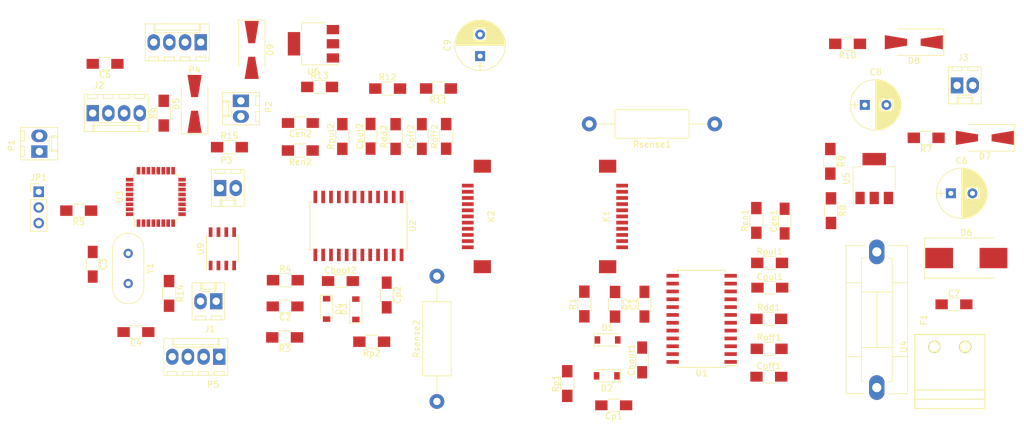
<source format=kicad_pcb>
(kicad_pcb (version 4) (host pcbnew 4.0.2+dfsg1-stable)
  (layers (0 F.Cu signal) (31 B.Cu signal) (34 B.Paste user) (35 F.Paste user) (36 B.SilkS user) (37 F.SilkS user) (38 B.Mask user) (39 F.Mask user) (44 Edge.Cuts user))
  (net 0 "")
  (net 1 GND)
  (net 2 "Net-(C3-Pad1)")
  (net 3 "Net-(C4-Pad1)")
  (net 4 /uC/nrst)
  (net 5 VCC)
  (net 6 +5V)
  (net 7 +3V3)
  (net 8 /motor_part/VBOOT1)
  (net 9 /motor_part/VBOOT2)
  (net 10 /motor_part/DIAG_1)
  (net 11 /motor_part/DIAG_2)
  (net 12 /motor_part/RCOFF1)
  (net 13 /motor_part/RCOFF2)
  (net 14 /motor_part/VCP1)
  (net 15 "Net-(Cp1-Pad2)")
  (net 16 /motor_part/VCP2)
  (net 17 "Net-(Cp2-Pad2)")
  (net 18 /motor_part/RCPULSE1)
  (net 19 /motor_part/RCPULSE2)
  (net 20 "Net-(D1-Pad1)")
  (net 21 "Net-(D3-Pad1)")
  (net 22 "Net-(D5-Pad2)")
  (net 23 "Net-(D7-Pad2)")
  (net 24 "Net-(D8-Pad2)")
  (net 25 "Net-(D9-Pad2)")
  (net 26 "Net-(F1-Pad2)")
  (net 27 /uC/RX)
  (net 28 /uC/TX)
  (net 29 /uC/swclk)
  (net 30 /uC/swdio)
  (net 31 "Net-(JP1-Pad2)")
  (net 32 "Net-(K1-Pad1)")
  (net 33 "Net-(K1-Pad3)")
  (net 34 "Net-(K1-Pad5)")
  (net 35 "Net-(K1-Pad8)")
  (net 36 "Net-(K1-Pad9)")
  (net 37 "Net-(K1-Pad10)")
  (net 38 "Net-(K2-Pad1)")
  (net 39 "Net-(K2-Pad3)")
  (net 40 "Net-(K2-Pad5)")
  (net 41 "Net-(K2-Pad8)")
  (net 42 "Net-(K2-Pad9)")
  (net 43 "Net-(K2-Pad10)")
  (net 44 /uC/I2C_SDA)
  (net 45 /uC/I2C_SCL)
  (net 46 "Net-(P2-Pad1)")
  (net 47 "Net-(P2-Pad2)")
  (net 48 "Net-(P3-Pad1)")
  (net 49 "Net-(P3-Pad2)")
  (net 50 /encodeurs/Ch_A2)
  (net 51 /encodeurs/Ch_B2)
  (net 52 /encodeurs/Ch_A1)
  (net 53 /encodeurs/Ch_B1)
  (net 54 "Net-(R5-Pad1)")
  (net 55 "Net-(R6-Pad1)")
  (net 56 "Net-(R8-Pad1)")
  (net 57 "Net-(R11-Pad2)")
  (net 58 "Net-(R14-Pad1)")
  (net 59 /motor_part/TACHO_1)
  (net 60 /motor_part/TACHO_2)
  (net 61 /motor_part/EN_1)
  (net 62 /motor_part/EN_2)
  (net 63 "Net-(Rsense1-Pad1)")
  (net 64 "Net-(Rsense2-Pad1)")
  (net 65 /motor_part/DIR_1)
  (net 66 /motor_part/BRAKE_1)
  (net 67 /motor_part/DIR_2)
  (net 68 /motor_part/BRAKE_2)
  (net 69 /motor_part/Vref1)
  (net 70 /motor_part/Vref2)
  (module maxon:Molex-52207-0433 (layer F.Cu) (at 89 99 90)
    (fp_text reference K2 (at 0 3.81 90) (layer F.SilkS))
    (fp_text value Maxon-200142)
    (pad 11 smd rect (at -5 0 90) (size 0.6 1.9) (layers F.Cu F.Paste F.Mask) (net 6 +5V))
    (pad 10 smd rect (at -4 0 90) (size 0.6 1.9) (layers F.Cu F.Paste F.Mask) (net 43 "Net-(K2-Pad10)"))
    (pad 9 smd rect (at -3 0 90) (size 0.6 1.9) (layers F.Cu F.Paste F.Mask) (net 42 "Net-(K2-Pad9)"))
    (pad 8 smd rect (at -2 0 90) (size 0.6 1.9) (layers F.Cu F.Paste F.Mask) (net 41 "Net-(K2-Pad8)"))
    (pad 7 smd rect (at -1 0 90) (size 0.6 1.9) (layers F.Cu F.Paste F.Mask) (net 1 GND))
    (pad 6 smd rect (at 0 0 90) (size 0.6 1.9) (layers F.Cu F.Paste F.Mask) (net 40 "Net-(K2-Pad5)"))
    (pad 5 smd rect (at 1 0 90) (size 0.6 1.9) (layers F.Cu F.Paste F.Mask) (net 40 "Net-(K2-Pad5)"))
    (pad 4 smd rect (at 2 0 90) (size 0.6 1.9) (layers F.Cu F.Paste F.Mask) (net 39 "Net-(K2-Pad3)"))
    (pad 3 smd rect (at 3 0 90) (size 0.6 1.9) (layers F.Cu F.Paste F.Mask) (net 39 "Net-(K2-Pad3)"))
    (pad 2 smd rect (at 4 0 90) (size 0.6 1.9) (layers F.Cu F.Paste F.Mask) (net 38 "Net-(K2-Pad1)"))
    (pad 1 smd rect (at 5 0 90) (size 0.6 1.9) (layers F.Cu F.Paste F.Mask) (net 38 "Net-(K2-Pad1)"))
    (pad "" smd rect (at 8.15 2.35 90) (size 2.1 2.8) (layers F.Cu F.Paste F.Mask))
    (pad "" smd rect (at -8.15 2.35 90) (size 2.1 2.8) (layers F.Cu F.Paste F.Mask))
  )
  (module maxon:Molex-52207-0433 (layer F.Cu) (at 114 99 270)
    (fp_text reference K1 (at 0 2.54 270) (layer F.SilkS))
    (fp_text value Maxon-200142)
    (pad 11 smd rect (at -5 0 270) (size 0.6 1.9) (layers F.Cu F.Paste F.Mask) (net 6 +5V))
    (pad 10 smd rect (at -4 0 270) (size 0.6 1.9) (layers F.Cu F.Paste F.Mask) (net 37 "Net-(K1-Pad10)"))
    (pad 9 smd rect (at -3 0 270) (size 0.6 1.9) (layers F.Cu F.Paste F.Mask) (net 36 "Net-(K1-Pad9)"))
    (pad 8 smd rect (at -2 0 270) (size 0.6 1.9) (layers F.Cu F.Paste F.Mask) (net 35 "Net-(K1-Pad8)"))
    (pad 7 smd rect (at -1 0 270) (size 0.6 1.9) (layers F.Cu F.Paste F.Mask) (net 1 GND))
    (pad 6 smd rect (at 0 0 270) (size 0.6 1.9) (layers F.Cu F.Paste F.Mask) (net 34 "Net-(K1-Pad5)"))
    (pad 5 smd rect (at 1 0 270) (size 0.6 1.9) (layers F.Cu F.Paste F.Mask) (net 34 "Net-(K1-Pad5)"))
    (pad 4 smd rect (at 2 0 270) (size 0.6 1.9) (layers F.Cu F.Paste F.Mask) (net 33 "Net-(K1-Pad3)"))
    (pad 3 smd rect (at 3 0 270) (size 0.6 1.9) (layers F.Cu F.Paste F.Mask) (net 33 "Net-(K1-Pad3)"))
    (pad 2 smd rect (at 4 0 270) (size 0.6 1.9) (layers F.Cu F.Paste F.Mask) (net 32 "Net-(K1-Pad1)"))
    (pad 1 smd rect (at 5 0 270) (size 0.6 1.9) (layers F.Cu F.Paste F.Mask) (net 32 "Net-(K1-Pad1)"))
    (pad "" smd rect (at 8.15 2.35 270) (size 2.1 2.8) (layers F.Cu F.Paste F.Mask))
    (pad "" smd rect (at -8.15 2.35 270) (size 2.1 2.8) (layers F.Cu F.Paste F.Mask))
  )
  (module Housings_SOIC:SOIC-24W_7.5x15.4mm_Pitch1.27mm (layer F.Cu) (at 126.882 115.606 180)
    (fp_text reference U1 (at 0 -8.8 180) (layer F.SilkS))
    (fp_text value L6235D)
    (pad 1 smd rect (at -4.7 -6.985 180) (size 2 0.6) (layers F.Cu F.Paste F.Mask) (net 36 "Net-(K1-Pad9)"))
    (pad 2 smd rect (at -4.7 -5.715 180) (size 2 0.6) (layers F.Cu F.Paste F.Mask) (net 10 /motor_part/DIAG_1))
    (pad 3 smd rect (at -4.7 -4.445 180) (size 2 0.6) (layers F.Cu F.Paste F.Mask) (net 63 "Net-(Rsense1-Pad1)"))
    (pad 4 smd rect (at -4.7 -3.175 180) (size 2 0.6) (layers F.Cu F.Paste F.Mask) (net 12 /motor_part/RCOFF1))
    (pad 5 smd rect (at -4.7 -1.905 180) (size 2 0.6) (layers F.Cu F.Paste F.Mask) (net 32 "Net-(K1-Pad1)"))
    (pad 6 smd rect (at -4.7 -0.635 180) (size 2 0.6) (layers F.Cu F.Paste F.Mask) (net 1 GND))
    (pad 7 smd rect (at -4.7 0.635 180) (size 2 0.6) (layers F.Cu F.Paste F.Mask) (net 1 GND))
    (pad 8 smd rect (at -4.7 1.905 180) (size 2 0.6) (layers F.Cu F.Paste F.Mask) (net 59 /motor_part/TACHO_1))
    (pad 9 smd rect (at -4.7 3.175 180) (size 2 0.6) (layers F.Cu F.Paste F.Mask) (net 18 /motor_part/RCPULSE1))
    (pad 10 smd rect (at -4.7 4.445 180) (size 2 0.6) (layers F.Cu F.Paste F.Mask) (net 63 "Net-(Rsense1-Pad1)"))
    (pad 11 smd rect (at -4.7 5.715 180) (size 2 0.6) (layers F.Cu F.Paste F.Mask) (net 65 /motor_part/DIR_1))
    (pad 12 smd rect (at -4.7 6.985 180) (size 2 0.6) (layers F.Cu F.Paste F.Mask) (net 10 /motor_part/DIAG_1))
    (pad 13 smd rect (at 4.7 6.985 180) (size 2 0.6) (layers F.Cu F.Paste F.Mask) (net 69 /motor_part/Vref1))
    (pad 14 smd rect (at 4.7 5.715 180) (size 2 0.6) (layers F.Cu F.Paste F.Mask) (net 66 /motor_part/BRAKE_1))
    (pad 15 smd rect (at 4.7 4.445 180) (size 2 0.6) (layers F.Cu F.Paste F.Mask) (net 8 /motor_part/VBOOT1))
    (pad 16 smd rect (at 4.7 3.175 180) (size 2 0.6) (layers F.Cu F.Paste F.Mask) (net 34 "Net-(K1-Pad5)"))
    (pad 17 smd rect (at 4.7 1.905 180) (size 2 0.6) (layers F.Cu F.Paste F.Mask) (net 5 VCC))
    (pad 18 smd rect (at 4.7 0.635 180) (size 2 0.6) (layers F.Cu F.Paste F.Mask) (net 1 GND))
    (pad 19 smd rect (at 4.7 -0.635 180) (size 2 0.6) (layers F.Cu F.Paste F.Mask) (net 1 GND))
    (pad 20 smd rect (at 4.7 -1.905 180) (size 2 0.6) (layers F.Cu F.Paste F.Mask) (net 5 VCC))
    (pad 21 smd rect (at 4.7 -3.175 180) (size 2 0.6) (layers F.Cu F.Paste F.Mask) (net 33 "Net-(K1-Pad3)"))
    (pad 22 smd rect (at 4.7 -4.445 180) (size 2 0.6) (layers F.Cu F.Paste F.Mask) (net 14 /motor_part/VCP1))
    (pad 23 smd rect (at 4.7 -5.715 180) (size 2 0.6) (layers F.Cu F.Paste F.Mask) (net 35 "Net-(K1-Pad8)"))
    (pad 24 smd rect (at 4.7 -6.985 180) (size 2 0.6) (layers F.Cu F.Paste F.Mask) (net 37 "Net-(K1-Pad10)"))
  )
  (module Capacitors_SMD:C_1206_HandSoldering (layer F.Cu) (at 117.612 113.226 90)
    (fp_text reference C1 (at 0 -1.75 90) (layer F.SilkS))
    (fp_text value C)
    (pad 1 smd rect (at -2 0 90) (size 2 1.6) (layers F.Cu F.Paste F.Mask) (net 69 /motor_part/Vref1))
    (pad 2 smd rect (at 2 0 90) (size 2 1.6) (layers F.Cu F.Paste F.Mask) (net 1 GND))
  )
  (module Capacitors_SMD:C_1206_HandSoldering (layer F.Cu) (at 59.41 113.586 180)
    (fp_text reference C2 (at 0 -1.75 180) (layer F.SilkS))
    (fp_text value C)
    (pad 1 smd rect (at -2 0 180) (size 2 1.6) (layers F.Cu F.Paste F.Mask) (net 70 /motor_part/Vref2))
    (pad 2 smd rect (at 2 0 180) (size 2 1.6) (layers F.Cu F.Paste F.Mask) (net 1 GND))
  )
  (module Capacitors_SMD:C_1206_HandSoldering (layer F.Cu) (at 28.25 106.75 270)
    (fp_text reference C3 (at 0 -1.75 270) (layer F.SilkS))
    (fp_text value 10nC)
    (pad 1 smd rect (at -2 0 270) (size 2 1.6) (layers F.Cu F.Paste F.Mask) (net 2 "Net-(C3-Pad1)"))
    (pad 2 smd rect (at 2 0 270) (size 2 1.6) (layers F.Cu F.Paste F.Mask) (net 1 GND))
  )
  (module Capacitors_SMD:C_1206_HandSoldering (layer F.Cu) (at 35.25 117.75 180)
    (fp_text reference C4 (at 0 -1.75 180) (layer F.SilkS))
    (fp_text value 10nC)
    (pad 1 smd rect (at -2 0 180) (size 2 1.6) (layers F.Cu F.Paste F.Mask) (net 3 "Net-(C4-Pad1)"))
    (pad 2 smd rect (at 2 0 180) (size 2 1.6) (layers F.Cu F.Paste F.Mask) (net 1 GND))
  )
  (module Capacitors_SMD:C_1206_HandSoldering (layer F.Cu) (at 30.25 74.25 180)
    (fp_text reference C5 (at 0 -1.75 180) (layer F.SilkS))
    (fp_text value 100nC)
    (pad 1 smd rect (at -2 0 180) (size 2 1.6) (layers F.Cu F.Paste F.Mask) (net 4 /uC/nrst))
    (pad 2 smd rect (at 2 0 180) (size 2 1.6) (layers F.Cu F.Paste F.Mask) (net 1 GND))
  )
  (module Capacitors_THT:CP_Radial_D8.0mm_P3.50mm (layer F.Cu) (at 167.25 95.25)
    (fp_text reference C6 (at 1.75 -5.31) (layer F.SilkS))
    (fp_text value 100uCP)
    (pad 1 thru_hole rect (at 0 0) (size 1.6 1.6) (drill 0.8) (layers *.Cu *.Mask) (net 5 VCC))
    (pad 2 thru_hole circle (at 3.5 0) (size 1.6 1.6) (drill 0.8) (layers *.Cu *.Mask) (net 1 GND))
  )
  (module Capacitors_SMD:C_1206_HandSoldering (layer F.Cu) (at 167.75 113.25)
    (fp_text reference C7 (at 0 -1.75) (layer F.SilkS))
    (fp_text value 100nC)
    (pad 1 smd rect (at -2 0) (size 2 1.6) (layers F.Cu F.Paste F.Mask) (net 5 VCC))
    (pad 2 smd rect (at 2 0) (size 2 1.6) (layers F.Cu F.Paste F.Mask) (net 1 GND))
  )
  (module Capacitors_THT:CP_Radial_D8.0mm_P3.50mm (layer F.Cu) (at 153.312 80.916)
    (fp_text reference C8 (at 1.75 -5.31) (layer F.SilkS))
    (fp_text value 10uC)
    (pad 1 thru_hole rect (at 0 0) (size 1.6 1.6) (drill 0.8) (layers *.Cu *.Mask) (net 6 +5V))
    (pad 2 thru_hole circle (at 3.5 0) (size 1.6 1.6) (drill 0.8) (layers *.Cu *.Mask) (net 1 GND))
  )
  (module Capacitors_THT:CP_Radial_D8.0mm_P3.50mm (layer F.Cu) (at 91 73 90)
    (fp_text reference C9 (at 1.75 -5.31 90) (layer F.SilkS))
    (fp_text value 10uC)
    (pad 1 thru_hole rect (at 0 0 90) (size 1.6 1.6) (drill 0.8) (layers *.Cu *.Mask) (net 7 +3V3))
    (pad 2 thru_hole circle (at 3.5 0 90) (size 1.6 1.6) (drill 0.8) (layers *.Cu *.Mask) (net 1 GND))
  )
  (module Capacitors_SMD:C_1206_HandSoldering (layer F.Cu) (at 117.242 122.266 90)
    (fp_text reference Cboot1 (at 0 -1.75 90) (layer F.SilkS))
    (fp_text value 220nC)
    (pad 1 smd rect (at -2 0 90) (size 2 1.6) (layers F.Cu F.Paste F.Mask) (net 8 /motor_part/VBOOT1))
    (pad 2 smd rect (at 2 0 90) (size 2 1.6) (layers F.Cu F.Paste F.Mask) (net 5 VCC))
  )
  (module Capacitors_SMD:C_1206_HandSoldering (layer F.Cu) (at 68.37 109.476)
    (fp_text reference Cboot2 (at 0 -1.75) (layer F.SilkS))
    (fp_text value 220nC)
    (pad 1 smd rect (at -2 0) (size 2 1.6) (layers F.Cu F.Paste F.Mask) (net 9 /motor_part/VBOOT2))
    (pad 2 smd rect (at 2 0) (size 2 1.6) (layers F.Cu F.Paste F.Mask) (net 5 VCC))
  )
  (module Capacitors_SMD:C_1206_HandSoldering (layer F.Cu) (at 140.322 99.756 90)
    (fp_text reference Cen1 (at 0 -1.75 90) (layer F.SilkS))
    (fp_text value 5,6nC)
    (pad 1 smd rect (at -2 0 90) (size 2 1.6) (layers F.Cu F.Paste F.Mask) (net 10 /motor_part/DIAG_1))
    (pad 2 smd rect (at 2 0 90) (size 2 1.6) (layers F.Cu F.Paste F.Mask) (net 1 GND))
  )
  (module Capacitors_SMD:C_1206_HandSoldering (layer F.Cu) (at 61.88 83.846 180)
    (fp_text reference Cen2 (at 0 -1.75 180) (layer F.SilkS))
    (fp_text value 5,6nC)
    (pad 1 smd rect (at -2 0 180) (size 2 1.6) (layers F.Cu F.Paste F.Mask) (net 11 /motor_part/DIAG_2))
    (pad 2 smd rect (at 2 0 180) (size 2 1.6) (layers F.Cu F.Paste F.Mask) (net 1 GND))
  )
  (module Capacitors_SMD:C_1206_HandSoldering (layer F.Cu) (at 137.762 124.986)
    (fp_text reference Coff1 (at 0 -1.75) (layer F.SilkS))
    (fp_text value 1nC)
    (pad 1 smd rect (at -2 0) (size 2 1.6) (layers F.Cu F.Paste F.Mask) (net 12 /motor_part/RCOFF1))
    (pad 2 smd rect (at 2 0) (size 2 1.6) (layers F.Cu F.Paste F.Mask) (net 1 GND))
  )
  (module Capacitors_SMD:C_1206_HandSoldering (layer F.Cu) (at 81.56 86.036 90)
    (fp_text reference Coff2 (at 0 -1.75 90) (layer F.SilkS))
    (fp_text value 1nC)
    (pad 1 smd rect (at -2 0 90) (size 2 1.6) (layers F.Cu F.Paste F.Mask) (net 13 /motor_part/RCOFF2))
    (pad 2 smd rect (at 2 0 90) (size 2 1.6) (layers F.Cu F.Paste F.Mask) (net 1 GND))
  )
  (module Capacitors_SMD:C_1206_HandSoldering (layer F.Cu) (at 112.642 129.626 180)
    (fp_text reference Cp1 (at 0 -1.75 180) (layer F.SilkS))
    (fp_text value 10nC)
    (pad 1 smd rect (at -2 0 180) (size 2 1.6) (layers F.Cu F.Paste F.Mask) (net 14 /motor_part/VCP1))
    (pad 2 smd rect (at 2 0 180) (size 2 1.6) (layers F.Cu F.Paste F.Mask) (net 15 "Net-(Cp1-Pad2)"))
  )
  (module Capacitors_SMD:C_1206_HandSoldering (layer F.Cu) (at 75.87 111.736 270)
    (fp_text reference Cp2 (at 0 -1.75 270) (layer F.SilkS))
    (fp_text value 10nC)
    (pad 1 smd rect (at -2 0 270) (size 2 1.6) (layers F.Cu F.Paste F.Mask) (net 16 /motor_part/VCP2))
    (pad 2 smd rect (at 2 0 270) (size 2 1.6) (layers F.Cu F.Paste F.Mask) (net 17 "Net-(Cp2-Pad2)"))
  )
  (module Capacitors_SMD:C_1206_HandSoldering (layer F.Cu) (at 137.922 110.546)
    (fp_text reference Cpul1 (at 0 -1.75) (layer F.SilkS))
    (fp_text value 10nC)
    (pad 1 smd rect (at -2 0) (size 2 1.6) (layers F.Cu F.Paste F.Mask) (net 18 /motor_part/RCPULSE1))
    (pad 2 smd rect (at 2 0) (size 2 1.6) (layers F.Cu F.Paste F.Mask) (net 1 GND))
  )
  (module Capacitors_SMD:C_1206_HandSoldering (layer F.Cu) (at 73.26 85.996 90)
    (fp_text reference Cpul2 (at 0 -1.75 90) (layer F.SilkS))
    (fp_text value 10nC)
    (pad 1 smd rect (at -2 0 90) (size 2 1.6) (layers F.Cu F.Paste F.Mask) (net 19 /motor_part/RCPULSE2))
    (pad 2 smd rect (at 2 0 90) (size 2 1.6) (layers F.Cu F.Paste F.Mask) (net 1 GND))
  )
  (module Diodes_SMD:D_SOD-123 (layer F.Cu) (at 111.642 119.026)
    (fp_text reference D1 (at 0 -2) (layer F.SilkS))
    (fp_text value 1N4148)
    (pad 1 smd rect (at -1.65 0) (size 0.9 1.2) (layers F.Cu F.Paste F.Mask) (net 20 "Net-(D1-Pad1)"))
    (pad 2 smd rect (at 1.65 0) (size 0.9 1.2) (layers F.Cu F.Paste F.Mask) (net 5 VCC))
  )
  (module Diodes_SMD:D_SOD-123 (layer F.Cu) (at 111.512 124.846 180)
    (fp_text reference D2 (at 0 -2 180) (layer F.SilkS))
    (fp_text value 1N4148)
    (pad 1 smd rect (at -1.65 0 180) (size 0.9 1.2) (layers F.Cu F.Paste F.Mask) (net 8 /motor_part/VBOOT1))
    (pad 2 smd rect (at 1.65 0 180) (size 0.9 1.2) (layers F.Cu F.Paste F.Mask) (net 20 "Net-(D1-Pad1)"))
  )
  (module Diodes_SMD:D_SOD-123 (layer F.Cu) (at 70.87 114.056 90)
    (fp_text reference D3 (at 0 -2 90) (layer F.SilkS))
    (fp_text value 1N4148)
    (pad 1 smd rect (at -1.65 0 90) (size 0.9 1.2) (layers F.Cu F.Paste F.Mask) (net 21 "Net-(D3-Pad1)"))
    (pad 2 smd rect (at 1.65 0 90) (size 0.9 1.2) (layers F.Cu F.Paste F.Mask) (net 5 VCC))
  )
  (module Diodes_SMD:D_SOD-123 (layer F.Cu) (at 66.13 113.996 270)
    (fp_text reference D4 (at 0 -2 270) (layer F.SilkS))
    (fp_text value 1N4148)
    (pad 1 smd rect (at -1.65 0 270) (size 0.9 1.2) (layers F.Cu F.Paste F.Mask) (net 9 /motor_part/VBOOT2))
    (pad 2 smd rect (at 1.65 0 270) (size 0.9 1.2) (layers F.Cu F.Paste F.Mask) (net 21 "Net-(D3-Pad1)"))
  )
  (module Diodes_SMD:D_SMA-SMB_Universal_Handsoldering (layer F.Cu) (at 44.75 80.75 90)
    (fp_text reference D5 (at 0 -3 90) (layer F.SilkS))
    (fp_text value LED_ALT)
    (pad 1 smd trapezoid (at -2.9 0 90) (size 3.6 1.7) (rect_delta 0.6 0) (layers F.Cu F.Paste F.Mask) (net 1 GND))
    (pad 2 smd trapezoid (at 2.9 0 270) (size 3.6 1.7) (rect_delta 0.6 0) (layers F.Cu F.Paste F.Mask) (net 22 "Net-(D5-Pad2)"))
  )
  (module Diodes_SMD:D_SMC_Handsoldering (layer F.Cu) (at 169.75 105.75)
    (fp_text reference D6 (at 0 -4.1) (layer F.SilkS))
    (fp_text value D_10A)
    (pad 1 smd rect (at -4.4 0 90) (size 3.3 4.5) (layers F.Cu F.Paste F.Mask) (net 5 VCC))
    (pad 2 smd rect (at 4.4 0 90) (size 3.3 4.5) (layers F.Cu F.Paste F.Mask) (net 1 GND))
  )
  (module Diodes_SMD:D_SMA-SMB_Universal_Handsoldering (layer F.Cu) (at 172.75 86.25 180)
    (fp_text reference D7 (at 0 -3 180) (layer F.SilkS))
    (fp_text value LED_VCC)
    (pad 1 smd trapezoid (at -2.9 0 180) (size 3.6 1.7) (rect_delta 0.6 0) (layers F.Cu F.Paste F.Mask) (net 1 GND))
    (pad 2 smd trapezoid (at 2.9 0) (size 3.6 1.7) (rect_delta 0.6 0) (layers F.Cu F.Paste F.Mask) (net 23 "Net-(D7-Pad2)"))
  )
  (module Diodes_SMD:D_SMA-SMB_Universal_Handsoldering (layer F.Cu) (at 161.25 70.75 180)
    (fp_text reference D8 (at 0 -3 180) (layer F.SilkS))
    (fp_text value LED_5V)
    (pad 1 smd trapezoid (at -2.9 0 180) (size 3.6 1.7) (rect_delta 0.6 0) (layers F.Cu F.Paste F.Mask) (net 1 GND))
    (pad 2 smd trapezoid (at 2.9 0) (size 3.6 1.7) (rect_delta 0.6 0) (layers F.Cu F.Paste F.Mask) (net 24 "Net-(D8-Pad2)"))
  )
  (module Diodes_SMD:D_SMA-SMB_Universal_Handsoldering (layer F.Cu) (at 54 72 270)
    (fp_text reference D9 (at 0 -3 270) (layer F.SilkS))
    (fp_text value LED_3.3V)
    (pad 1 smd trapezoid (at -2.9 0 270) (size 3.6 1.7) (rect_delta 0.6 0) (layers F.Cu F.Paste F.Mask) (net 1 GND))
    (pad 2 smd trapezoid (at 2.9 0 90) (size 3.6 1.7) (rect_delta 0.6 0) (layers F.Cu F.Paste F.Mask) (net 25 "Net-(D9-Pad2)"))
  )
  (module Fuse_Holders_and_Fuses:Fuseholder5x20_horiz_SemiClosed_Casing10x25mm (layer F.Cu) (at 155.25 104.75 270)
    (fp_text reference F1 (at 11 -7.62 270) (layer F.SilkS))
    (fp_text value Fuse)
    (pad 2 thru_hole oval (at 22 0 180) (size 2.5 4) (drill 1.5) (layers *.Cu *.Mask) (net 26 "Net-(F1-Pad2)"))
    (pad 1 thru_hole oval (at 0 0 180) (size 2.5 4) (drill 1.5) (layers *.Cu *.Mask) (net 5 VCC))
  )
  (module Connectors_Molex:Molex_KK-6410-02_02x2.54mm_Straight (layer F.Cu) (at 48.25 112.75 180)
    (fp_text reference J1 (at 1 -4.5 180) (layer F.SilkS))
    (fp_text value CONN_SERIAL)
    (pad 1 thru_hole rect (at 0 0 180) (size 2 2.6) (drill 1.2) (layers *.Cu *.Mask) (net 27 /uC/RX))
    (pad 2 thru_hole oval (at 2.54 0 180) (size 2 2.6) (drill 1.2) (layers *.Cu *.Mask) (net 28 /uC/TX))
  )
  (module Connectors_Molex:Molex_KK-6410-04_04x2.54mm_Straight (layer F.Cu) (at 28.25 82.25)
    (fp_text reference J2 (at 1 -4.5) (layer F.SilkS))
    (fp_text value swdio)
    (pad 1 thru_hole rect (at 0 0) (size 2 2.6) (drill 1.2) (layers *.Cu *.Mask) (net 1 GND))
    (pad 2 thru_hole oval (at 2.54 0) (size 2 2.6) (drill 1.2) (layers *.Cu *.Mask) (net 4 /uC/nrst))
    (pad 3 thru_hole oval (at 5.08 0) (size 2 2.6) (drill 1.2) (layers *.Cu *.Mask) (net 29 /uC/swclk))
    (pad 4 thru_hole oval (at 7.62 0) (size 2 2.6) (drill 1.2) (layers *.Cu *.Mask) (net 30 /uC/swdio))
  )
  (module Connectors_Molex:Molex_KK-6410-02_02x2.54mm_Straight (layer F.Cu) (at 168.25 77.75)
    (fp_text reference J3 (at 1 -4.5) (layer F.SilkS))
    (fp_text value FAN)
    (pad 1 thru_hole rect (at 0 0) (size 2 2.6) (drill 1.2) (layers *.Cu *.Mask) (net 5 VCC))
    (pad 2 thru_hole oval (at 2.54 0) (size 2 2.6) (drill 1.2) (layers *.Cu *.Mask) (net 1 GND))
  )
  (module Pin_Headers:Pin_Header_Straight_1x03_Pitch2.54mm (layer F.Cu) (at 19.5 95)
    (fp_text reference JP1 (at 0 -2.33) (layer F.SilkS))
    (fp_text value Jumper_NC_Dual)
    (pad 1 thru_hole rect (at 0 0) (size 1.7 1.7) (drill 1) (layers *.Cu *.Mask) (net 1 GND))
    (pad 2 thru_hole oval (at 0 2.54) (size 1.7 1.7) (drill 1) (layers *.Cu *.Mask) (net 31 "Net-(JP1-Pad2)"))
    (pad 3 thru_hole oval (at 0 5.08) (size 1.7 1.7) (drill 1) (layers *.Cu *.Mask) (net 7 +3V3))
  )
  (module Connectors_Molex:Molex_KK-6410-02_02x2.54mm_Straight (layer F.Cu) (at 19.606 88.468 90)
    (fp_text reference P1 (at 1 -4.5 90) (layer F.SilkS))
    (fp_text value CONN_I2C)
    (pad 1 thru_hole rect (at 0 0 90) (size 2 2.6) (drill 1.2) (layers *.Cu *.Mask) (net 44 /uC/I2C_SDA))
    (pad 2 thru_hole oval (at 2.54 0 90) (size 2 2.6) (drill 1.2) (layers *.Cu *.Mask) (net 45 /uC/I2C_SCL))
  )
  (module Connectors_Molex:Molex_KK-6410-02_02x2.54mm_Straight (layer F.Cu) (at 52.25 80.25 270)
    (fp_text reference P2 (at 1 -4.5 270) (layer F.SilkS))
    (fp_text value CONN_FREE)
    (pad 1 thru_hole rect (at 0 0 270) (size 2 2.6) (drill 1.2) (layers *.Cu *.Mask) (net 46 "Net-(P2-Pad1)"))
    (pad 2 thru_hole oval (at 2.54 0 270) (size 2 2.6) (drill 1.2) (layers *.Cu *.Mask) (net 47 "Net-(P2-Pad2)"))
  )
  (module Connectors_Molex:Molex_KK-6410-02_02x2.54mm_Straight (layer F.Cu) (at 48.886 94.398)
    (fp_text reference P3 (at 1 -4.5) (layer F.SilkS))
    (fp_text value CONN_CAN)
    (pad 1 thru_hole rect (at 0 0) (size 2 2.6) (drill 1.2) (layers *.Cu *.Mask) (net 48 "Net-(P3-Pad1)"))
    (pad 2 thru_hole oval (at 2.54 0) (size 2 2.6) (drill 1.2) (layers *.Cu *.Mask) (net 49 "Net-(P3-Pad2)"))
  )
  (module Connectors_Molex:Molex_KK-6410-04_04x2.54mm_Straight (layer F.Cu) (at 45.75 70.75 180)
    (fp_text reference P4 (at 1 -4.5 180) (layer F.SilkS))
    (fp_text value encoder_2)
    (pad 1 thru_hole rect (at 0 0 180) (size 2 2.6) (drill 1.2) (layers *.Cu *.Mask) (net 6 +5V))
    (pad 2 thru_hole oval (at 2.54 0 180) (size 2 2.6) (drill 1.2) (layers *.Cu *.Mask) (net 50 /encodeurs/Ch_A2))
    (pad 3 thru_hole oval (at 5.08 0 180) (size 2 2.6) (drill 1.2) (layers *.Cu *.Mask) (net 1 GND))
    (pad 4 thru_hole oval (at 7.62 0 180) (size 2 2.6) (drill 1.2) (layers *.Cu *.Mask) (net 51 /encodeurs/Ch_B2))
  )
  (module Connectors_Molex:Molex_KK-6410-04_04x2.54mm_Straight (layer F.Cu) (at 48.75 121.75 180)
    (fp_text reference P5 (at 1 -4.5 180) (layer F.SilkS))
    (fp_text value encoder_1)
    (pad 1 thru_hole rect (at 0 0 180) (size 2 2.6) (drill 1.2) (layers *.Cu *.Mask) (net 6 +5V))
    (pad 2 thru_hole oval (at 2.54 0 180) (size 2 2.6) (drill 1.2) (layers *.Cu *.Mask) (net 52 /encodeurs/Ch_A1))
    (pad 3 thru_hole oval (at 5.08 0 180) (size 2 2.6) (drill 1.2) (layers *.Cu *.Mask) (net 1 GND))
    (pad 4 thru_hole oval (at 7.62 0 180) (size 2 2.6) (drill 1.2) (layers *.Cu *.Mask) (net 53 /encodeurs/Ch_B1))
  )
  (module Resistors_SMD:R_1206_HandSoldering (layer F.Cu) (at 107.882 113.196 90)
    (fp_text reference R1 (at 0 -1.85 90) (layer F.SilkS))
    (fp_text value R)
    (pad 1 smd rect (at -2 0 90) (size 2 1.7) (layers F.Cu F.Paste F.Mask) (net 69 /motor_part/Vref1))
    (pad 2 smd rect (at 2 0 90) (size 2 1.7) (layers F.Cu F.Paste F.Mask) (net 7 +3V3))
  )
  (module Resistors_SMD:R_1206_HandSoldering (layer F.Cu) (at 112.852 113.246 270)
    (fp_text reference R2 (at 0 -1.85 270) (layer F.SilkS))
    (fp_text value R)
    (pad 1 smd rect (at -2 0 270) (size 2 1.7) (layers F.Cu F.Paste F.Mask) (net 1 GND))
    (pad 2 smd rect (at 2 0 270) (size 2 1.7) (layers F.Cu F.Paste F.Mask) (net 69 /motor_part/Vref1))
  )
  (module Resistors_SMD:R_1206_HandSoldering (layer F.Cu) (at 59.33 118.616 180)
    (fp_text reference R3 (at 0 -1.85 180) (layer F.SilkS))
    (fp_text value R)
    (pad 1 smd rect (at -2 0 180) (size 2 1.7) (layers F.Cu F.Paste F.Mask) (net 70 /motor_part/Vref2))
    (pad 2 smd rect (at 2 0 180) (size 2 1.7) (layers F.Cu F.Paste F.Mask) (net 7 +3V3))
  )
  (module Resistors_SMD:R_1206_HandSoldering (layer F.Cu) (at 59.45 109.336)
    (fp_text reference R4 (at 0 -1.85) (layer F.SilkS))
    (fp_text value R)
    (pad 1 smd rect (at -2 0) (size 2 1.7) (layers F.Cu F.Paste F.Mask) (net 1 GND))
    (pad 2 smd rect (at 2 0) (size 2 1.7) (layers F.Cu F.Paste F.Mask) (net 70 /motor_part/Vref2))
  )
  (module Resistors_SMD:R_1206_HandSoldering (layer F.Cu) (at 25.976 98.058 180)
    (fp_text reference R5 (at 0 -1.85 180) (layer F.SilkS))
    (fp_text value 10kR)
    (pad 1 smd rect (at -2 0 180) (size 2 1.7) (layers F.Cu F.Paste F.Mask) (net 54 "Net-(R5-Pad1)"))
    (pad 2 smd rect (at 2 0 180) (size 2 1.7) (layers F.Cu F.Paste F.Mask) (net 31 "Net-(JP1-Pad2)"))
  )
  (module Resistors_SMD:R_1206_HandSoldering (layer F.Cu) (at 39.75 82.25 90)
    (fp_text reference R6 (at 0 -1.85 90) (layer F.SilkS))
    (fp_text value R)
    (pad 1 smd rect (at -2 0 90) (size 2 1.7) (layers F.Cu F.Paste F.Mask) (net 55 "Net-(R6-Pad1)"))
    (pad 2 smd rect (at 2 0 90) (size 2 1.7) (layers F.Cu F.Paste F.Mask) (net 22 "Net-(D5-Pad2)"))
  )
  (module Resistors_SMD:R_1206_HandSoldering (layer F.Cu) (at 163.25 86.25 180)
    (fp_text reference R7 (at 0 -1.85 180) (layer F.SilkS))
    (fp_text value R)
    (pad 1 smd rect (at -2 0 180) (size 2 1.7) (layers F.Cu F.Paste F.Mask) (net 23 "Net-(D7-Pad2)"))
    (pad 2 smd rect (at 2 0 180) (size 2 1.7) (layers F.Cu F.Paste F.Mask) (net 5 VCC))
  )
  (module Resistors_SMD:R_1206_HandSoldering (layer F.Cu) (at 147.83 98.06 270)
    (fp_text reference R8 (at 0 -1.85 270) (layer F.SilkS))
    (fp_text value 3.3kR)
    (pad 1 smd rect (at -2 0 270) (size 2 1.7) (layers F.Cu F.Paste F.Mask) (net 56 "Net-(R8-Pad1)"))
    (pad 2 smd rect (at 2 0 270) (size 2 1.7) (layers F.Cu F.Paste F.Mask) (net 1 GND))
  )
  (module Resistors_SMD:R_1206_HandSoldering (layer F.Cu) (at 147.724 90.06 270)
    (fp_text reference R9 (at 0 -1.85 270) (layer F.SilkS))
    (fp_text value 10kR)
    (pad 1 smd rect (at -2 0 270) (size 2 1.7) (layers F.Cu F.Paste F.Mask) (net 6 +5V))
    (pad 2 smd rect (at 2 0 270) (size 2 1.7) (layers F.Cu F.Paste F.Mask) (net 56 "Net-(R8-Pad1)"))
  )
  (module Resistors_SMD:R_1206_HandSoldering (layer F.Cu) (at 150.518 71.01 180)
    (fp_text reference R10 (at 0 -1.85 180) (layer F.SilkS))
    (fp_text value R)
    (pad 1 smd rect (at -2 0 180) (size 2 1.7) (layers F.Cu F.Paste F.Mask) (net 24 "Net-(D8-Pad2)"))
    (pad 2 smd rect (at 2 0 180) (size 2 1.7) (layers F.Cu F.Paste F.Mask) (net 6 +5V))
  )
  (module Resistors_SMD:R_1206_HandSoldering (layer F.Cu) (at 84.25 78.25 180)
    (fp_text reference R11 (at 0 -1.85 180) (layer F.SilkS))
    (fp_text value 33kR)
    (pad 1 smd rect (at -2 0 180) (size 2 1.7) (layers F.Cu F.Paste F.Mask) (net 1 GND))
    (pad 2 smd rect (at 2 0 180) (size 2 1.7) (layers F.Cu F.Paste F.Mask) (net 57 "Net-(R11-Pad2)"))
  )
  (module Resistors_SMD:R_1206_HandSoldering (layer F.Cu) (at 76.024 78.262)
    (fp_text reference R12 (at 0 -1.85) (layer F.SilkS))
    (fp_text value 56kR)
    (pad 1 smd rect (at -2 0) (size 2 1.7) (layers F.Cu F.Paste F.Mask) (net 7 +3V3))
    (pad 2 smd rect (at 2 0) (size 2 1.7) (layers F.Cu F.Paste F.Mask) (net 57 "Net-(R11-Pad2)"))
  )
  (module Resistors_SMD:R_1206_HandSoldering (layer F.Cu) (at 65 78)
    (fp_text reference R13 (at 0 -1.85) (layer F.SilkS))
    (fp_text value R)
    (pad 1 smd rect (at -2 0) (size 2 1.7) (layers F.Cu F.Paste F.Mask) (net 25 "Net-(D9-Pad2)"))
    (pad 2 smd rect (at 2 0) (size 2 1.7) (layers F.Cu F.Paste F.Mask) (net 7 +3V3))
  )
  (module Resistors_SMD:R_1206_HandSoldering (layer F.Cu) (at 40.616 111.478 270)
    (fp_text reference R14 (at 0 -1.85 270) (layer F.SilkS))
    (fp_text value R)
    (pad 1 smd rect (at -2 0 270) (size 2 1.7) (layers F.Cu F.Paste F.Mask) (net 58 "Net-(R14-Pad1)"))
    (pad 2 smd rect (at 2 0 270) (size 2 1.7) (layers F.Cu F.Paste F.Mask) (net 3 "Net-(C4-Pad1)"))
  )
  (module Resistors_SMD:R_1206_HandSoldering (layer F.Cu) (at 50.396 87.768)
    (fp_text reference R15 (at 0 -1.85) (layer F.SilkS))
    (fp_text value R)
    (pad 1 smd rect (at -2 0) (size 2 1.7) (layers F.Cu F.Paste F.Mask) (net 48 "Net-(P3-Pad1)"))
    (pad 2 smd rect (at 2 0) (size 2 1.7) (layers F.Cu F.Paste F.Mask) (net 49 "Net-(P3-Pad2)"))
  )
  (module Resistors_SMD:R_1206_HandSoldering (layer F.Cu) (at 137.752 115.606)
    (fp_text reference Rdd1 (at 0 -1.85) (layer F.SilkS))
    (fp_text value 1kR)
    (pad 1 smd rect (at -2 0) (size 2 1.7) (layers F.Cu F.Paste F.Mask) (net 59 /motor_part/TACHO_1))
    (pad 2 smd rect (at 2 0) (size 2 1.7) (layers F.Cu F.Paste F.Mask) (net 7 +3V3))
  )
  (module Resistors_SMD:R_1206_HandSoldering (layer F.Cu) (at 77.31 86.036 90)
    (fp_text reference Rdd2 (at 0 -1.85 90) (layer F.SilkS))
    (fp_text value 1kR)
    (pad 1 smd rect (at -2 0 90) (size 2 1.7) (layers F.Cu F.Paste F.Mask) (net 60 /motor_part/TACHO_2))
    (pad 2 smd rect (at 2 0 90) (size 2 1.7) (layers F.Cu F.Paste F.Mask) (net 7 +3V3))
  )
  (module Resistors_SMD:R_1206_HandSoldering (layer F.Cu) (at 135.742 99.646 90)
    (fp_text reference Ren1 (at 0 -1.85 90) (layer F.SilkS))
    (fp_text value 100kR)
    (pad 1 smd rect (at -2 0 90) (size 2 1.7) (layers F.Cu F.Paste F.Mask) (net 10 /motor_part/DIAG_1))
    (pad 2 smd rect (at 2 0 90) (size 2 1.7) (layers F.Cu F.Paste F.Mask) (net 61 /motor_part/EN_1))
  )
  (module Resistors_SMD:R_1206_HandSoldering (layer F.Cu) (at 61.87 88.306 180)
    (fp_text reference Ren2 (at 0 -1.85 180) (layer F.SilkS))
    (fp_text value 100kR)
    (pad 1 smd rect (at -2 0 180) (size 2 1.7) (layers F.Cu F.Paste F.Mask) (net 11 /motor_part/DIAG_2))
    (pad 2 smd rect (at 2 0 180) (size 2 1.7) (layers F.Cu F.Paste F.Mask) (net 62 /motor_part/EN_2))
  )
  (module Resistors_SMD:R_1206_HandSoldering (layer F.Cu) (at 137.812 120.466)
    (fp_text reference Roff1 (at 0 -1.85) (layer F.SilkS))
    (fp_text value 33kR)
    (pad 1 smd rect (at -2 0) (size 2 1.7) (layers F.Cu F.Paste F.Mask) (net 12 /motor_part/RCOFF1))
    (pad 2 smd rect (at 2 0) (size 2 1.7) (layers F.Cu F.Paste F.Mask) (net 1 GND))
  )
  (module Resistors_SMD:R_1206_HandSoldering (layer F.Cu) (at 85.5 86.016 90)
    (fp_text reference Roff2 (at 0 -1.85 90) (layer F.SilkS))
    (fp_text value 33kR)
    (pad 1 smd rect (at -2 0 90) (size 2 1.7) (layers F.Cu F.Paste F.Mask) (net 13 /motor_part/RCOFF2))
    (pad 2 smd rect (at 2 0 90) (size 2 1.7) (layers F.Cu F.Paste F.Mask) (net 1 GND))
  )
  (module Resistors_SMD:R_1206_HandSoldering (layer F.Cu) (at 105.112 126.096 90)
    (fp_text reference Rp1 (at 0 -1.85 90) (layer F.SilkS))
    (fp_text value 100R)
    (pad 1 smd rect (at -2 0 90) (size 2 1.7) (layers F.Cu F.Paste F.Mask) (net 15 "Net-(Cp1-Pad2)"))
    (pad 2 smd rect (at 2 0 90) (size 2 1.7) (layers F.Cu F.Paste F.Mask) (net 20 "Net-(D1-Pad1)"))
  )
  (module Resistors_SMD:R_1206_HandSoldering (layer F.Cu) (at 73.44 119.316 180)
    (fp_text reference Rp2 (at 0 -1.85 180) (layer F.SilkS))
    (fp_text value 100R)
    (pad 1 smd rect (at -2 0 180) (size 2 1.7) (layers F.Cu F.Paste F.Mask) (net 17 "Net-(Cp2-Pad2)"))
    (pad 2 smd rect (at 2 0 180) (size 2 1.7) (layers F.Cu F.Paste F.Mask) (net 21 "Net-(D3-Pad1)"))
  )
  (module Resistors_SMD:R_1206_HandSoldering (layer F.Cu) (at 137.892 106.531)
    (fp_text reference Rpul1 (at 0 -1.85) (layer F.SilkS))
    (fp_text value 47kR)
    (pad 1 smd rect (at -2 0) (size 2 1.7) (layers F.Cu F.Paste F.Mask) (net 18 /motor_part/RCPULSE1))
    (pad 2 smd rect (at 2 0) (size 2 1.7) (layers F.Cu F.Paste F.Mask) (net 1 GND))
  )
  (module Resistors_SMD:R_1206_HandSoldering (layer F.Cu) (at 68.68 86.036 90)
    (fp_text reference Rpul2 (at 0 -1.85 90) (layer F.SilkS))
    (fp_text value 47kR)
    (pad 1 smd rect (at -2 0 90) (size 2 1.7) (layers F.Cu F.Paste F.Mask) (net 19 /motor_part/RCPULSE2))
    (pad 2 smd rect (at 2 0 90) (size 2 1.7) (layers F.Cu F.Paste F.Mask) (net 1 GND))
  )
  (module Resistors_THT:R_Axial_DIN0414_L11.9mm_D4.5mm_P20.32mm_Horizontal (layer F.Cu) (at 129 84 180)
    (fp_text reference Rsense1 (at 10.16 -3.31 180) (layer F.SilkS))
    (fp_text value 0.03R)
    (pad 1 thru_hole circle (at 0 0 180) (size 2.4 2.4) (drill 1.2) (layers *.Cu *.Mask) (net 63 "Net-(Rsense1-Pad1)"))
    (pad 2 thru_hole oval (at 20.32 0 180) (size 2.4 2.4) (drill 1.2) (layers *.Cu *.Mask) (net 1 GND))
  )
  (module Resistors_THT:R_Axial_DIN0414_L11.9mm_D4.5mm_P20.32mm_Horizontal (layer F.Cu) (at 84 129 90)
    (fp_text reference Rsense2 (at 10.16 -3.31 90) (layer F.SilkS))
    (fp_text value 0.03R)
    (pad 1 thru_hole circle (at 0 0 90) (size 2.4 2.4) (drill 1.2) (layers *.Cu *.Mask) (net 64 "Net-(Rsense2-Pad1)"))
    (pad 2 thru_hole oval (at 20.32 0 90) (size 2.4 2.4) (drill 1.2) (layers *.Cu *.Mask) (net 1 GND))
  )
  (module Housings_SOIC:SOIC-24W_7.5x15.4mm_Pitch1.27mm (layer F.Cu) (at 71.29 100.536 270)
    (fp_text reference U2 (at 0 -8.8 270) (layer F.SilkS))
    (fp_text value L6235D)
    (pad 1 smd rect (at -4.7 -6.985 270) (size 2 0.6) (layers F.Cu F.Paste F.Mask) (net 42 "Net-(K2-Pad9)"))
    (pad 2 smd rect (at -4.7 -5.715 270) (size 2 0.6) (layers F.Cu F.Paste F.Mask) (net 11 /motor_part/DIAG_2))
    (pad 3 smd rect (at -4.7 -4.445 270) (size 2 0.6) (layers F.Cu F.Paste F.Mask) (net 64 "Net-(Rsense2-Pad1)"))
    (pad 4 smd rect (at -4.7 -3.175 270) (size 2 0.6) (layers F.Cu F.Paste F.Mask) (net 13 /motor_part/RCOFF2))
    (pad 5 smd rect (at -4.7 -1.905 270) (size 2 0.6) (layers F.Cu F.Paste F.Mask) (net 38 "Net-(K2-Pad1)"))
    (pad 6 smd rect (at -4.7 -0.635 270) (size 2 0.6) (layers F.Cu F.Paste F.Mask) (net 1 GND))
    (pad 7 smd rect (at -4.7 0.635 270) (size 2 0.6) (layers F.Cu F.Paste F.Mask) (net 1 GND))
    (pad 8 smd rect (at -4.7 1.905 270) (size 2 0.6) (layers F.Cu F.Paste F.Mask) (net 60 /motor_part/TACHO_2))
    (pad 9 smd rect (at -4.7 3.175 270) (size 2 0.6) (layers F.Cu F.Paste F.Mask) (net 19 /motor_part/RCPULSE2))
    (pad 10 smd rect (at -4.7 4.445 270) (size 2 0.6) (layers F.Cu F.Paste F.Mask) (net 64 "Net-(Rsense2-Pad1)"))
    (pad 11 smd rect (at -4.7 5.715 270) (size 2 0.6) (layers F.Cu F.Paste F.Mask) (net 67 /motor_part/DIR_2))
    (pad 12 smd rect (at -4.7 6.985 270) (size 2 0.6) (layers F.Cu F.Paste F.Mask) (net 11 /motor_part/DIAG_2))
    (pad 13 smd rect (at 4.7 6.985 270) (size 2 0.6) (layers F.Cu F.Paste F.Mask) (net 70 /motor_part/Vref2))
    (pad 14 smd rect (at 4.7 5.715 270) (size 2 0.6) (layers F.Cu F.Paste F.Mask) (net 68 /motor_part/BRAKE_2))
    (pad 15 smd rect (at 4.7 4.445 270) (size 2 0.6) (layers F.Cu F.Paste F.Mask) (net 9 /motor_part/VBOOT2))
    (pad 16 smd rect (at 4.7 3.175 270) (size 2 0.6) (layers F.Cu F.Paste F.Mask) (net 40 "Net-(K2-Pad5)"))
    (pad 17 smd rect (at 4.7 1.905 270) (size 2 0.6) (layers F.Cu F.Paste F.Mask) (net 5 VCC))
    (pad 18 smd rect (at 4.7 0.635 270) (size 2 0.6) (layers F.Cu F.Paste F.Mask) (net 1 GND))
    (pad 19 smd rect (at 4.7 -0.635 270) (size 2 0.6) (layers F.Cu F.Paste F.Mask) (net 1 GND))
    (pad 20 smd rect (at 4.7 -1.905 270) (size 2 0.6) (layers F.Cu F.Paste F.Mask) (net 5 VCC))
    (pad 21 smd rect (at 4.7 -3.175 270) (size 2 0.6) (layers F.Cu F.Paste F.Mask) (net 39 "Net-(K2-Pad3)"))
    (pad 22 smd rect (at 4.7 -4.445 270) (size 2 0.6) (layers F.Cu F.Paste F.Mask) (net 16 /motor_part/VCP2))
    (pad 23 smd rect (at 4.7 -5.715 270) (size 2 0.6) (layers F.Cu F.Paste F.Mask) (net 41 "Net-(K2-Pad8)"))
    (pad 24 smd rect (at 4.7 -6.985 270) (size 2 0.6) (layers F.Cu F.Paste F.Mask) (net 43 "Net-(K2-Pad10)"))
  )
  (module Housings_QFP:LQFP-32_7x7mm_Pitch0.8mm (layer F.Cu) (at 38.471 95.833 90)
    (fp_text reference U3 (at 0 -5.85 90) (layer F.SilkS))
    (fp_text value stm32f303k8t6)
    (pad 1 smd rect (at -4.25 -2.8 90) (size 1.2 0.6) (layers F.Cu F.Paste F.Mask) (net 7 +3V3))
    (pad 2 smd rect (at -4.25 -2 90) (size 1.2 0.6) (layers F.Cu F.Paste F.Mask) (net 2 "Net-(C3-Pad1)"))
    (pad 3 smd rect (at -4.25 -1.2 90) (size 1.2 0.6) (layers F.Cu F.Paste F.Mask) (net 58 "Net-(R14-Pad1)"))
    (pad 4 smd rect (at -4.25 -0.4 90) (size 1.2 0.6) (layers F.Cu F.Paste F.Mask) (net 4 /uC/nrst))
    (pad 5 smd rect (at -4.25 0.4 90) (size 1.2 0.6) (layers F.Cu F.Paste F.Mask) (net 7 +3V3))
    (pad 6 smd rect (at -4.25 1.2 90) (size 1.2 0.6) (layers F.Cu F.Paste F.Mask) (net 52 /encodeurs/Ch_A1))
    (pad 7 smd rect (at -4.25 2 90) (size 1.2 0.6) (layers F.Cu F.Paste F.Mask) (net 53 /encodeurs/Ch_B1))
    (pad 8 smd rect (at -4.25 2.8 90) (size 1.2 0.6) (layers F.Cu F.Paste F.Mask) (net 28 /uC/TX))
    (pad 9 smd rect (at -2.8 4.25 180) (size 1.2 0.6) (layers F.Cu F.Paste F.Mask) (net 27 /uC/RX))
    (pad 10 smd rect (at -2 4.25 180) (size 1.2 0.6) (layers F.Cu F.Paste F.Mask) (net 47 "Net-(P2-Pad2)"))
    (pad 11 smd rect (at -1.2 4.25 180) (size 1.2 0.6) (layers F.Cu F.Paste F.Mask) (net 46 "Net-(P2-Pad1)"))
    (pad 12 smd rect (at -0.4 4.25 180) (size 1.2 0.6) (layers F.Cu F.Paste F.Mask) (net 61 /motor_part/EN_1))
    (pad 13 smd rect (at 0.4 4.25 180) (size 1.2 0.6) (layers F.Cu F.Paste F.Mask) (net 66 /motor_part/BRAKE_1))
    (pad 14 smd rect (at 1.2 4.25 180) (size 1.2 0.6) (layers F.Cu F.Paste F.Mask) (net 65 /motor_part/DIR_1))
    (pad 15 smd rect (at 2 4.25 180) (size 1.2 0.6) (layers F.Cu F.Paste F.Mask) (net 10 /motor_part/DIAG_1))
    (pad 16 smd rect (at 2.8 4.25 180) (size 1.2 0.6) (layers F.Cu F.Paste F.Mask) (net 1 GND))
    (pad 17 smd rect (at 4.25 2.8 90) (size 1.2 0.6) (layers F.Cu F.Paste F.Mask) (net 7 +3V3))
    (pad 18 smd rect (at 4.25 2 90) (size 1.2 0.6) (layers F.Cu F.Paste F.Mask) (net 50 /encodeurs/Ch_A2))
    (pad 19 smd rect (at 4.25 1.2 90) (size 1.2 0.6) (layers F.Cu F.Paste F.Mask) (net 51 /encodeurs/Ch_B2))
    (pad 20 smd rect (at 4.25 0.4 90) (size 1.2 0.6) (layers F.Cu F.Paste F.Mask) (net 59 /motor_part/TACHO_1))
    (pad 21 smd rect (at 4.25 -0.4 90) (size 1.2 0.6) (layers F.Cu F.Paste F.Mask) (net 55 "Net-(R6-Pad1)"))
    (pad 22 smd rect (at 4.25 -1.2 90) (size 1.2 0.6) (layers F.Cu F.Paste F.Mask) (net 60 /motor_part/TACHO_2))
    (pad 23 smd rect (at 4.25 -2 90) (size 1.2 0.6) (layers F.Cu F.Paste F.Mask) (net 30 /uC/swdio))
    (pad 24 smd rect (at 4.25 -2.8 90) (size 1.2 0.6) (layers F.Cu F.Paste F.Mask) (net 29 /uC/swclk))
    (pad 25 smd rect (at 2.8 -4.25 180) (size 1.2 0.6) (layers F.Cu F.Paste F.Mask) (net 11 /motor_part/DIAG_2))
    (pad 26 smd rect (at 2 -4.25 180) (size 1.2 0.6) (layers F.Cu F.Paste F.Mask) (net 67 /motor_part/DIR_2))
    (pad 27 smd rect (at 1.2 -4.25 180) (size 1.2 0.6) (layers F.Cu F.Paste F.Mask) (net 68 /motor_part/BRAKE_2))
    (pad 28 smd rect (at 0.4 -4.25 180) (size 1.2 0.6) (layers F.Cu F.Paste F.Mask) (net 62 /motor_part/EN_2))
    (pad 29 smd rect (at -0.4 -4.25 180) (size 1.2 0.6) (layers F.Cu F.Paste F.Mask) (net 45 /uC/I2C_SCL))
    (pad 30 smd rect (at -1.2 -4.25 180) (size 1.2 0.6) (layers F.Cu F.Paste F.Mask) (net 44 /uC/I2C_SDA))
    (pad 31 smd rect (at -2 -4.25 180) (size 1.2 0.6) (layers F.Cu F.Paste F.Mask) (net 54 "Net-(R5-Pad1)"))
    (pad 32 smd rect (at -2.8 -4.25 180) (size 1.2 0.6) (layers F.Cu F.Paste F.Mask) (net 1 GND))
  )
  (module "B plug:B plug 5mm" (layer F.Cu) (at 167.08 120.14 90)
    (fp_text reference U4 (at 0 -7.5 90) (layer F.SilkS))
    (fp_text value B_Plug_5mm)
    (pad 1 thru_hole circle (at 0 -2.5 90) (size 2 2) (drill 1.5) (layers *.Cu *.Mask F.SilkS) (net 26 "Net-(F1-Pad2)"))
    (pad 2 thru_hole circle (at 0 2.5 90) (size 2 2) (drill 1.5) (layers *.Cu *.Mask F.SilkS) (net 1 GND))
  )
  (module TO_SOT_Packages_SMD:SOT-223-3Lead_TabPin2 (layer F.Cu) (at 154.836 92.854 90)
    (fp_text reference U5 (at 0 -4.5 90) (layer F.SilkS))
    (fp_text value LM317_SOT223)
    (pad 2 smd rect (at 3.15 0 90) (size 2 3.8) (layers F.Cu F.Paste F.Mask) (net 6 +5V))
    (pad 2 smd rect (at -3.15 0 90) (size 2 1.5) (layers F.Cu F.Paste F.Mask) (net 6 +5V))
    (pad 3 smd rect (at -3.15 2.3 90) (size 2 1.5) (layers F.Cu F.Paste F.Mask) (net 5 VCC))
    (pad 1 smd rect (at -3.15 -2.3 90) (size 2 1.5) (layers F.Cu F.Paste F.Mask) (net 56 "Net-(R8-Pad1)"))
  )
  (module TO_SOT_Packages_SMD:SOT-223-3Lead_TabPin2 (layer F.Cu) (at 64 71 180)
    (fp_text reference U6 (at 0 -4.5 180) (layer F.SilkS))
    (fp_text value LM317_SOT223)
    (pad 2 smd rect (at 3.15 0 180) (size 2 3.8) (layers F.Cu F.Paste F.Mask) (net 7 +3V3))
    (pad 2 smd rect (at -3.15 0 180) (size 2 1.5) (layers F.Cu F.Paste F.Mask) (net 7 +3V3))
    (pad 3 smd rect (at -3.15 2.3 180) (size 2 1.5) (layers F.Cu F.Paste F.Mask) (net 5 VCC))
    (pad 1 smd rect (at -3.15 -2.3 180) (size 2 1.5) (layers F.Cu F.Paste F.Mask) (net 57 "Net-(R11-Pad2)"))
  )
  (module Housings_SOIC:SOIC-8_3.9x4.9mm_Pitch1.27mm (layer F.Cu) (at 49.25 104.25 90)
    (fp_text reference U9 (at 0 -3.5 90) (layer F.SilkS))
    (fp_text value MCP2562)
    (pad 1 smd rect (at -2.7 -1.905 90) (size 1.55 0.6) (layers F.Cu F.Paste F.Mask) (net 28 /uC/TX))
    (pad 2 smd rect (at -2.7 -0.635 90) (size 1.55 0.6) (layers F.Cu F.Paste F.Mask) (net 1 GND))
    (pad 3 smd rect (at -2.7 0.635 90) (size 1.55 0.6) (layers F.Cu F.Paste F.Mask) (net 6 +5V))
    (pad 4 smd rect (at -2.7 1.905 90) (size 1.55 0.6) (layers F.Cu F.Paste F.Mask) (net 27 /uC/RX))
    (pad 5 smd rect (at 2.7 1.905 90) (size 1.55 0.6) (layers F.Cu F.Paste F.Mask) (net 7 +3V3))
    (pad 6 smd rect (at 2.7 0.635 90) (size 1.55 0.6) (layers F.Cu F.Paste F.Mask) (net 49 "Net-(P3-Pad2)"))
    (pad 7 smd rect (at 2.7 -0.635 90) (size 1.55 0.6) (layers F.Cu F.Paste F.Mask) (net 48 "Net-(P3-Pad1)"))
    (pad 8 smd rect (at 2.7 -1.905 90) (size 1.55 0.6) (layers F.Cu F.Paste F.Mask) (net 1 GND))
  )
  (module Crystals:Crystal_HC49-4H_Vertical (layer F.Cu) (at 34 105 270)
    (fp_text reference Y1 (at 2.44 -3.525 270) (layer F.SilkS))
    (fp_text value Crystal_8MHz)
    (pad 1 thru_hole circle (at 0 0 270) (size 1.5 1.5) (drill 0.8) (layers *.Cu *.Mask) (net 2 "Net-(C3-Pad1)"))
    (pad 2 thru_hole circle (at 4.88 0 270) (size 1.5 1.5) (drill 0.8) (layers *.Cu *.Mask) (net 3 "Net-(C4-Pad1)"))
  )
)
</source>
